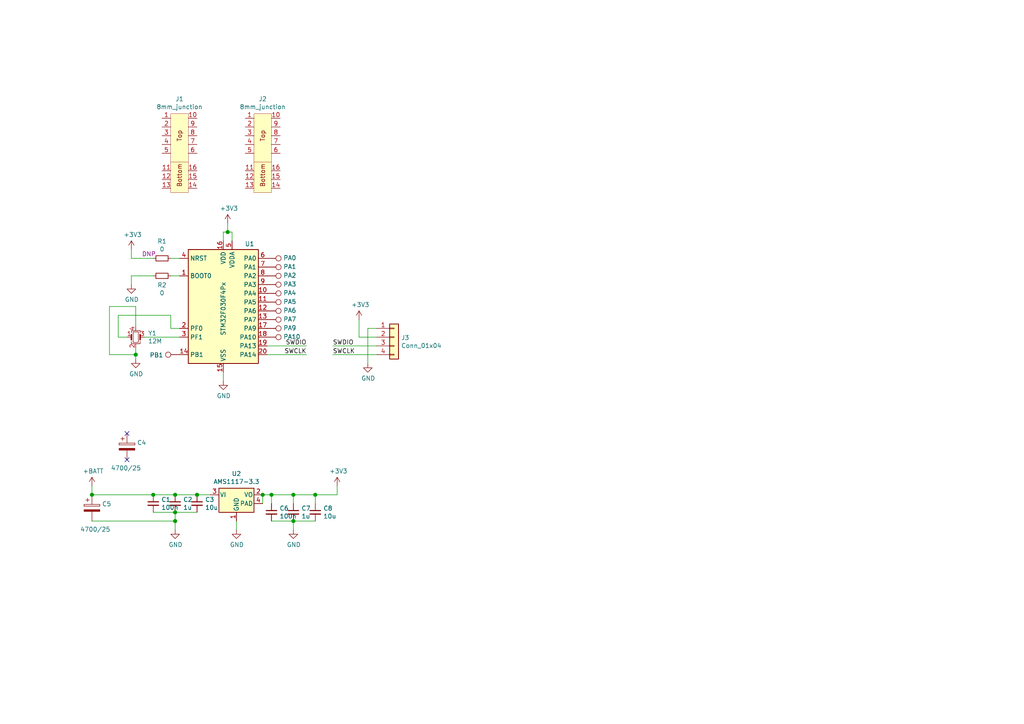
<source format=kicad_sch>
(kicad_sch (version 20200828) (generator eeschema)
  (page 1 1)
  (paper "A4")
  (lib_symbols
    (symbol "Connector:TestPoint" (pin_numbers hide) (pin_names (offset 0.762) hide)
      (property "Reference" "TP" (at 0 6.858 0))
      (property "Value" "TestPoint" (at 0 5.08 0))
      (symbol "TestPoint_0_1"
        (circle (center 0 3.302) (radius 0.762))
      )
      (symbol "TestPoint_1_1"
        (pin passive line (at 0 0 90) (length 2.54) (name "1") (number "1"))
      )
    )
    (symbol "Connector_Generic:Conn_01x04" (pin_names (offset 1.016) hide)
      (property "Reference" "J" (at 0 5.08 0))
      (property "Value" "Conn_01x04" (at 0 -7.62 0))
      (symbol "Conn_01x04_1_1"
        (rectangle (start -1.27 -4.953) (end 0 -5.207) (stroke (width 0.1524)))
        (rectangle (start -1.27 -2.413) (end 0 -2.667) (stroke (width 0.1524)))
        (rectangle (start -1.27 0.127) (end 0 -0.127) (stroke (width 0.1524)))
        (rectangle (start -1.27 2.667) (end 0 2.413) (stroke (width 0.1524)))
        (rectangle (start -1.27 3.81) (end 1.27 -6.35) (stroke (width 0.254)) (fill (type background)))
        (pin passive line (at -5.08 2.54 0) (length 3.81) (name "Pin_1") (number "1"))
        (pin passive line (at -5.08 0 0) (length 3.81) (name "Pin_2") (number "2"))
        (pin passive line (at -5.08 -2.54 0) (length 3.81) (name "Pin_3") (number "3"))
        (pin passive line (at -5.08 -5.08 0) (length 3.81) (name "Pin_4") (number "4"))
      )
    )
    (symbol "Device:CP" (pin_numbers hide) (pin_names (offset 0.254))
      (property "Reference" "C" (at 0.635 2.54 0))
      (property "Value" "CP" (at 0.635 -2.54 0))
      (symbol "CP_0_1"
        (rectangle (start -2.286 0.508) (end -2.286 1.016))
        (rectangle (start -2.286 0.508) (end 2.286 0.508))
        (rectangle (start 2.286 -0.508) (end -2.286 -1.016) (fill (type outline)))
        (rectangle (start 2.286 1.016) (end -2.286 1.016))
        (rectangle (start 2.286 1.016) (end 2.286 0.508))
        (polyline (pts (xy -1.778 2.286) (xy -0.762 2.286)))
        (polyline (pts (xy -1.27 2.794) (xy -1.27 1.778)))
      )
      (symbol "CP_1_1"
        (pin passive line (at 0 3.81 270) (length 2.794) (name "~") (number "1"))
        (pin passive line (at 0 -3.81 90) (length 2.794) (name "~") (number "2"))
      )
    )
    (symbol "Device:C_Small" (pin_numbers hide) (pin_names (offset 0.254) hide)
      (property "Reference" "C" (at 0.254 1.778 0))
      (property "Value" "C_Small" (at 0.254 -2.032 0))
      (symbol "C_Small_0_1"
        (polyline (pts (xy -1.524 -0.508) (xy 1.524 -0.508)) (stroke (width 0.3302)))
        (polyline (pts (xy -1.524 0.508) (xy 1.524 0.508)) (stroke (width 0.3048)))
      )
      (symbol "C_Small_1_1"
        (pin passive line (at 0 2.54 270) (length 2.032) (name "~") (number "1"))
        (pin passive line (at 0 -2.54 90) (length 2.032) (name "~") (number "2"))
      )
    )
    (symbol "Device:Crystal_GND24_Small" (pin_names (offset 1.016) hide)
      (property "Reference" "Y" (at 1.27 4.445 0))
      (property "Value" "Crystal_GND24_Small" (at 1.27 2.54 0))
      (symbol "Crystal_GND24_Small_0_1"
        (rectangle (start -0.762 -1.524) (end 0.762 1.524))
        (polyline (pts (xy -1.27 -0.762) (xy -1.27 0.762)) (stroke (width 0.381)))
        (polyline (pts (xy 1.27 -0.762) (xy 1.27 0.762)) (stroke (width 0.381)))
        (polyline (pts (xy -1.27 -1.27) (xy -1.27 -1.905) (xy 1.27 -1.905) (xy 1.27 -1.27)))
        (polyline (pts (xy -1.27 1.27) (xy -1.27 1.905) (xy 1.27 1.905) (xy 1.27 1.27)))
      )
      (symbol "Crystal_GND24_Small_1_1"
        (pin passive line (at -2.54 0 0) (length 1.27) (name "1") (number "1"))
        (pin passive line (at 0 -3.175 90) (length 1.27) (name "2") (number "2"))
        (pin passive line (at 2.54 0 180) (length 1.27) (name "3") (number "3"))
        (pin passive line (at 0 3.175 270) (length 1.27) (name "4") (number "4"))
      )
    )
    (symbol "Device:R_Small" (pin_numbers hide) (pin_names (offset 0.254) hide)
      (property "Reference" "R" (at 0.762 0.508 0))
      (property "Value" "R_Small" (at 0.762 -1.016 0))
      (symbol "R_Small_0_1"
        (rectangle (start -0.762 1.778) (end 0.762 -1.778) (stroke (width 0.2032)))
      )
      (symbol "R_Small_1_1"
        (pin passive line (at 0 2.54 270) (length 0.762) (name "~") (number "1"))
        (pin passive line (at 0 -2.54 90) (length 0.762) (name "~") (number "2"))
      )
    )
    (symbol "MCU_ST_STM32F0:STM32F030F4Px"
      (property "Reference" "U" (at -10.16 16.51 0))
      (property "Value" "STM32F030F4Px" (at 5.08 16.51 0))
      (symbol "STM32F030F4Px_0_1"
        (rectangle (start -10.16 -17.78) (end 10.16 15.24) (stroke (width 0.254)) (fill (type background)))
      )
      (symbol "STM32F030F4Px_1_1"
        (pin input line (at -12.7 7.62 0) (length 2.54) (name "BOOT0") (number "1"))
        (pin input line (at -12.7 12.7 0) (length 2.54) (name "NRST") (number "4"))
        (pin bidirectional line (at 12.7 12.7 180) (length 2.54) (name "PA0") (number "6"))
        (pin bidirectional line (at 12.7 10.16 180) (length 2.54) (name "PA1") (number "7"))
        (pin bidirectional line (at 12.7 -10.16 180) (length 2.54) (name "PA10") (number "18"))
        (pin bidirectional line (at 12.7 -12.7 180) (length 2.54) (name "PA13") (number "19"))
        (pin bidirectional line (at 12.7 -15.24 180) (length 2.54) (name "PA14") (number "20"))
        (pin bidirectional line (at 12.7 7.62 180) (length 2.54) (name "PA2") (number "8"))
        (pin bidirectional line (at 12.7 5.08 180) (length 2.54) (name "PA3") (number "9"))
        (pin bidirectional line (at 12.7 2.54 180) (length 2.54) (name "PA4") (number "10"))
        (pin bidirectional line (at 12.7 0 180) (length 2.54) (name "PA5") (number "11"))
        (pin bidirectional line (at 12.7 -2.54 180) (length 2.54) (name "PA6") (number "12"))
        (pin bidirectional line (at 12.7 -5.08 180) (length 2.54) (name "PA7") (number "13"))
        (pin bidirectional line (at 12.7 -7.62 180) (length 2.54) (name "PA9") (number "17"))
        (pin bidirectional line (at -12.7 -15.24 0) (length 2.54) (name "PB1") (number "14"))
        (pin input line (at -12.7 -7.62 0) (length 2.54) (name "PF0") (number "2"))
        (pin input line (at -12.7 -10.16 0) (length 2.54) (name "PF1") (number "3"))
        (pin power_in line (at 0 17.78 270) (length 2.54) (name "VDD") (number "16"))
        (pin power_in line (at 2.54 17.78 270) (length 2.54) (name "VDDA") (number "5"))
        (pin power_in line (at 0 -20.32 90) (length 2.54) (name "VSS") (number "15"))
      )
    )
    (symbol "Regulator_Linear:AMS1117-3.3" (pin_names (offset 0.254))
      (property "Reference" "U" (at -3.81 3.175 0))
      (property "Value" "AMS1117-3.3" (at 0 3.175 0))
      (symbol "AMS1117-3.3_0_1"
        (rectangle (start -5.08 -5.08) (end 5.08 1.905) (stroke (width 0.254)) (fill (type background)))
      )
      (symbol "AMS1117-3.3_1_1"
        (pin power_in line (at 0 -7.62 90) (length 2.54) (name "GND") (number "1"))
        (pin power_out line (at 7.62 0 180) (length 2.54) (name "VO") (number "2"))
        (pin power_in line (at -7.62 0 0) (length 2.54) (name "VI") (number "3"))
        (pin power_out line (at 7.62 -2.54 180) (length 2.54) (name "PAD") (number "4"))
      )
    )
    (symbol "common_symbols:8mm_junction"
      (property "Reference" "J" (at 0 0 0))
      (property "Value" "8mm_junction" (at -1.27 13.97 0))
      (symbol "8mm_junction_0_0"
        (text "Top" (at 0 3.81 900) (effects (font (size 1.27 1.27))))
        (text "Bottom" (at 0 -7.62 900) (effects (font (size 1.27 1.27))))
      )
      (symbol "8mm_junction_0_1"
        (rectangle (start -2.54 -12.7) (end 2.54 10.16) (stroke (width 0.001)) (fill (type background)))
        (polyline (pts (xy -2.54 -3.81) (xy 2.54 -3.81)) (stroke (width 0.0006)))
      )
      (symbol "8mm_junction_1_1"
        (pin input line (at -5.08 8.89 0) (length 2.54) (name "") (number "1"))
        (pin input line (at -5.08 6.35 0) (length 2.54) (name "") (number "2"))
        (pin input line (at -5.08 3.81 0) (length 2.54) (name "") (number "3"))
        (pin input line (at -5.08 1.27 0) (length 2.54) (name "") (number "4"))
        (pin input line (at -5.08 -1.27 0) (length 2.54) (name "") (number "5"))
        (pin input line (at 5.08 -1.27 180) (length 2.54) (name "") (number "6"))
        (pin input line (at 5.08 1.27 180) (length 2.54) (name "") (number "7"))
        (pin input line (at 5.08 3.81 180) (length 2.54) (name "") (number "8"))
        (pin input line (at 5.08 6.35 180) (length 2.54) (name "") (number "9"))
        (pin input line (at 5.08 8.89 180) (length 2.54) (name "") (number "10"))
        (pin input line (at -5.08 -6.35 0) (length 2.54) (name "") (number "11"))
        (pin input line (at -5.08 -8.89 0) (length 2.54) (name "") (number "12"))
        (pin input line (at -5.08 -11.43 0) (length 2.54) (name "") (number "13"))
        (pin input line (at 5.08 -11.43 180) (length 2.54) (name "") (number "14"))
        (pin input line (at 5.08 -8.89 180) (length 2.54) (name "") (number "15"))
        (pin input line (at 5.08 -6.35 180) (length 2.54) (name "") (number "16"))
      )
    )
    (symbol "power:+3.3V" (power) (pin_names (offset 0))
      (property "Value" "+3.3V" (at 0 3.556 0))
      (symbol "+3.3V_0_1"
        (polyline (pts (xy -0.762 1.27) (xy 0 2.54)))
        (polyline (pts (xy 0 0) (xy 0 2.54)))
        (polyline (pts (xy 0 2.54) (xy 0.762 1.27)))
      )
      (symbol "+3.3V_1_1"
        (pin power_in line (at 0 0 90) (length 0) hide (name "+3V3") (number "1"))
      )
    )
    (symbol "power:+BATT" (power) (pin_names (offset 0))
      (property "Value" "+BATT" (at 0 3.556 0))
      (symbol "+BATT_0_1"
        (polyline (pts (xy -0.762 1.27) (xy 0 2.54)))
        (polyline (pts (xy 0 0) (xy 0 2.54)))
        (polyline (pts (xy 0 2.54) (xy 0.762 1.27)))
      )
      (symbol "+BATT_1_1"
        (pin power_in line (at 0 0 90) (length 0) hide (name "+BATT") (number "1"))
      )
    )
    (symbol "power:GND" (power) (pin_names (offset 0))
      (property "Value" "GND" (at 0 -3.81 0))
      (symbol "GND_0_1"
        (polyline (pts (xy 0 0) (xy 0 -1.27) (xy 1.27 -1.27) (xy 0 -2.54) (xy -1.27 -1.27) (xy 0 -1.27)))
      )
      (symbol "GND_1_1"
        (pin power_in line (at 0 0 270) (length 0) hide (name "GND") (number "1"))
      )
    )
  )
  (junction (at 26.67 143.51) (diameter 1.016))
  (junction (at 39.37 102.87) (diameter 1.016))
  (junction (at 44.45 143.51) (diameter 1.016))
  (junction (at 50.8 143.51) (diameter 1.016))
  (junction (at 50.8 148.59) (diameter 1.016))
  (junction (at 50.8 151.13) (diameter 1.016))
  (junction (at 57.15 143.51) (diameter 1.016))
  (junction (at 66.04 67.31) (diameter 1.016))
  (junction (at 76.2 143.51) (diameter 1.016))
  (junction (at 78.74 143.51) (diameter 1.016))
  (junction (at 85.09 143.51) (diameter 1.016))
  (junction (at 85.09 151.13) (diameter 1.016))
  (junction (at 91.44 143.51) (diameter 1.016))
  (no_connect (at 36.83 125.73))
  (no_connect (at 36.83 133.35))
  (wire (pts (xy 26.67 140.97) (xy 26.67 143.51)))
  (wire (pts (xy 26.67 143.51) (xy 44.45 143.51)))
  (wire (pts (xy 26.67 151.13) (xy 50.8 151.13)))
  (wire (pts (xy 31.75 88.9) (xy 39.37 88.9)))
  (wire (pts (xy 31.75 102.87) (xy 31.75 88.9)))
  (wire (pts (xy 34.29 91.44) (xy 49.53 91.44)))
  (wire (pts (xy 34.29 97.79) (xy 34.29 91.44)))
  (wire (pts (xy 36.83 97.79) (xy 34.29 97.79)))
  (wire (pts (xy 38.1 72.39) (xy 38.1 74.93)))
  (wire (pts (xy 38.1 74.93) (xy 40.64 74.93)))
  (wire (pts (xy 38.1 80.01) (xy 40.64 80.01)))
  (wire (pts (xy 38.1 82.55) (xy 38.1 80.01)))
  (wire (pts (xy 39.37 88.9) (xy 39.37 94.615)))
  (wire (pts (xy 39.37 100.965) (xy 39.37 102.87)))
  (wire (pts (xy 39.37 102.87) (xy 31.75 102.87)))
  (wire (pts (xy 39.37 102.87) (xy 39.37 104.14)))
  (wire (pts (xy 40.64 74.93) (xy 44.45 74.93)))
  (wire (pts (xy 40.64 80.01) (xy 44.45 80.01)))
  (wire (pts (xy 41.91 97.79) (xy 52.07 97.79)))
  (wire (pts (xy 44.45 143.51) (xy 50.8 143.51)))
  (wire (pts (xy 44.45 148.59) (xy 50.8 148.59)))
  (wire (pts (xy 49.53 74.93) (xy 52.07 74.93)))
  (wire (pts (xy 49.53 80.01) (xy 52.07 80.01)))
  (wire (pts (xy 49.53 91.44) (xy 49.53 95.25)))
  (wire (pts (xy 49.53 95.25) (xy 52.07 95.25)))
  (wire (pts (xy 50.8 143.51) (xy 57.15 143.51)))
  (wire (pts (xy 50.8 148.59) (xy 50.8 151.13)))
  (wire (pts (xy 50.8 148.59) (xy 57.15 148.59)))
  (wire (pts (xy 50.8 151.13) (xy 50.8 153.67)))
  (wire (pts (xy 57.15 143.51) (xy 60.96 143.51)))
  (wire (pts (xy 64.77 67.31) (xy 64.77 69.85)))
  (wire (pts (xy 64.77 107.95) (xy 64.77 110.49)))
  (wire (pts (xy 66.04 64.77) (xy 66.04 67.31)))
  (wire (pts (xy 66.04 67.31) (xy 64.77 67.31)))
  (wire (pts (xy 66.04 67.31) (xy 67.31 67.31)))
  (wire (pts (xy 67.31 67.31) (xy 67.31 69.85)))
  (wire (pts (xy 68.58 153.67) (xy 68.58 151.13)))
  (wire (pts (xy 76.2 143.51) (xy 76.2 146.05)))
  (wire (pts (xy 77.47 100.33) (xy 88.9 100.33)))
  (wire (pts (xy 77.47 102.87) (xy 88.9 102.87)))
  (wire (pts (xy 78.74 143.51) (xy 76.2 143.51)))
  (wire (pts (xy 78.74 143.51) (xy 78.74 146.05)))
  (wire (pts (xy 78.74 151.13) (xy 85.09 151.13)))
  (wire (pts (xy 85.09 143.51) (xy 78.74 143.51)))
  (wire (pts (xy 85.09 143.51) (xy 85.09 146.05)))
  (wire (pts (xy 85.09 151.13) (xy 85.09 153.67)))
  (wire (pts (xy 85.09 151.13) (xy 91.44 151.13)))
  (wire (pts (xy 91.44 143.51) (xy 85.09 143.51)))
  (wire (pts (xy 91.44 143.51) (xy 91.44 146.05)))
  (wire (pts (xy 96.52 100.33) (xy 109.22 100.33)))
  (wire (pts (xy 96.52 102.87) (xy 109.22 102.87)))
  (wire (pts (xy 97.79 140.97) (xy 97.79 143.51)))
  (wire (pts (xy 97.79 143.51) (xy 91.44 143.51)))
  (wire (pts (xy 104.14 92.71) (xy 104.14 97.79)))
  (wire (pts (xy 104.14 97.79) (xy 109.22 97.79)))
  (wire (pts (xy 106.68 95.25) (xy 109.22 95.25)))
  (wire (pts (xy 106.68 105.41) (xy 106.68 95.25)))
  (label "SWDIO" (at 88.9 100.33 180))
  (label "SWCLK" (at 88.9 102.87 180))
  (label "SWDIO" (at 96.52 100.33 0))
  (label "SWCLK" (at 96.52 102.87 0))
  (symbol (lib_id "Connector:TestPoint") (at 52.07 102.87 90) (unit 1)
    (property "Reference" "TP12" (effects hide))
    (property "Value" "PB1" (at 47.371 102.991 90) (effects (justify left)))
    (property "Footprint" "TestPoint:TestPoint_Pad_1.0x1.0mm" (effects hide))
  )
  (symbol (lib_id "Connector:TestPoint") (at 77.47 74.93 270) (unit 1)
    (property "Reference" "TP1" (effects hide))
    (property "Value" "PA0" (at 82.169 74.809 90) (effects (justify left)))
    (property "Footprint" "TestPoint:TestPoint_Pad_1.0x1.0mm" (effects hide))
  )
  (symbol (lib_id "Connector:TestPoint") (at 77.47 77.47 270) (unit 1)
    (property "Reference" "TP2" (effects hide))
    (property "Value" "PA1" (at 82.169 77.349 90) (effects (justify left)))
    (property "Footprint" "TestPoint:TestPoint_Pad_1.0x1.0mm" (effects hide))
  )
  (symbol (lib_id "Connector:TestPoint") (at 77.47 80.01 270) (unit 1)
    (property "Reference" "TP3" (effects hide))
    (property "Value" "PA2" (at 82.169 79.889 90) (effects (justify left)))
    (property "Footprint" "TestPoint:TestPoint_Pad_1.0x1.0mm" (effects hide))
  )
  (symbol (lib_id "Connector:TestPoint") (at 77.47 82.55 270) (unit 1)
    (property "Reference" "TP4" (effects hide))
    (property "Value" "PA3" (at 82.169 82.429 90) (effects (justify left)))
    (property "Footprint" "TestPoint:TestPoint_Pad_1.0x1.0mm" (effects hide))
  )
  (symbol (lib_id "Connector:TestPoint") (at 77.47 85.09 270) (unit 1)
    (property "Reference" "TP5" (effects hide))
    (property "Value" "PA4" (at 82.169 84.969 90) (effects (justify left)))
    (property "Footprint" "TestPoint:TestPoint_Pad_1.0x1.0mm" (effects hide))
  )
  (symbol (lib_id "Connector:TestPoint") (at 77.47 87.63 270) (unit 1)
    (property "Reference" "TP6" (effects hide))
    (property "Value" "PA5" (at 82.169 87.509 90) (effects (justify left)))
    (property "Footprint" "TestPoint:TestPoint_Pad_1.0x1.0mm" (effects hide))
  )
  (symbol (lib_id "Connector:TestPoint") (at 77.47 90.17 270) (unit 1)
    (property "Reference" "TP7" (effects hide))
    (property "Value" "PA6" (at 82.169 90.049 90) (effects (justify left)))
    (property "Footprint" "TestPoint:TestPoint_Pad_1.0x1.0mm" (effects hide))
  )
  (symbol (lib_id "Connector:TestPoint") (at 77.47 92.71 270) (unit 1)
    (property "Reference" "TP8" (effects hide))
    (property "Value" "PA7" (at 82.169 92.589 90) (effects (justify left)))
    (property "Footprint" "TestPoint:TestPoint_Pad_1.0x1.0mm" (effects hide))
  )
  (symbol (lib_id "Connector:TestPoint") (at 77.47 95.25 270) (unit 1)
    (property "Reference" "TP9" (effects hide))
    (property "Value" "PA9" (at 82.169 95.129 90) (effects (justify left)))
    (property "Footprint" "TestPoint:TestPoint_Pad_1.0x1.0mm" (effects hide))
  )
  (symbol (lib_id "Connector:TestPoint") (at 77.47 97.79 270) (unit 1)
    (property "Reference" "TP10" (effects hide))
    (property "Value" "PA10" (at 82.169 97.669 90) (effects (justify left)))
    (property "Footprint" "TestPoint:TestPoint_Pad_1.0x1.0mm" (effects hide))
  )
  (symbol (lib_id "power:+BATT") (at 26.67 140.97 0) (unit 1)
    (property "Reference" "#PWR0106" (effects hide))
    (property "Value" "+BATT" (at 27.0383 136.6456 0))
  )
  (symbol (lib_id "power:+3.3V") (at 38.1 72.39 0) (unit 1)
    (property "Reference" "#PWR0101" (effects hide))
    (property "Value" "+3.3V" (at 38.4683 68.0656 0))
  )
  (symbol (lib_id "power:+3.3V") (at 66.04 64.77 0) (unit 1)
    (property "Reference" "#PWR0104" (effects hide))
    (property "Value" "+3.3V" (at 66.4083 60.4456 0))
  )
  (symbol (lib_id "power:+3.3V") (at 97.79 140.97 0) (unit 1)
    (property "Reference" "#PWR0111" (effects hide))
    (property "Value" "+3.3V" (at 98.1583 136.6456 0))
  )
  (symbol (lib_id "power:+3.3V") (at 104.14 92.71 0) (unit 1)
    (property "Reference" "#PWR0103" (effects hide))
    (property "Value" "+3.3V" (at 104.5083 88.3856 0))
  )
  (symbol (lib_id "power:GND") (at 38.1 82.55 0) (unit 1)
    (property "Reference" "#PWR0105" (effects hide))
    (property "Value" "GND" (at 38.2143 86.8744 0))
  )
  (symbol (lib_id "power:GND") (at 39.37 104.14 0) (unit 1)
    (property "Reference" "#PWR0102" (effects hide))
    (property "Value" "GND" (at 39.4843 108.4644 0))
  )
  (symbol (lib_id "power:GND") (at 50.8 153.67 0) (unit 1)
    (property "Reference" "#PWR0108" (effects hide))
    (property "Value" "GND" (at 50.9143 157.9944 0))
  )
  (symbol (lib_id "power:GND") (at 64.77 110.49 0) (unit 1)
    (property "Reference" "#PWR0112" (effects hide))
    (property "Value" "GND" (at 64.8843 114.8144 0))
  )
  (symbol (lib_id "power:GND") (at 68.58 153.67 0) (unit 1)
    (property "Reference" "#PWR0107" (effects hide))
    (property "Value" "GND" (at 68.6943 157.9944 0))
  )
  (symbol (lib_id "power:GND") (at 85.09 153.67 0) (unit 1)
    (property "Reference" "#PWR0109" (effects hide))
    (property "Value" "GND" (at 85.2043 157.9944 0))
  )
  (symbol (lib_id "power:GND") (at 106.68 105.41 0) (unit 1)
    (property "Reference" "#PWR0110" (effects hide))
    (property "Value" "GND" (at 106.7943 109.7344 0))
  )
  (symbol (lib_id "Device:R_Small") (at 46.99 74.93 90) (unit 1)
    (property "Reference" "R1" (at 46.99 69.9832 90))
    (property "Value" "0" (at 46.99 72.282 90))
    (property "Footprint" "Resistor_SMD:R_0603_1608Metric" (effects hide))
    (property "DNP" "DNP" (at 43.18 73.66 90))
    (property "Reichelt" "Stock" (effects hide))
  )
  (symbol (lib_id "Device:R_Small") (at 46.99 80.01 270) (unit 1)
    (property "Reference" "R2" (at 46.99 82.6832 90))
    (property "Value" "0" (at 46.99 84.982 90))
    (property "Footprint" "Resistor_SMD:R_0603_1608Metric" (effects hide))
    (property "Reichelt" "Stock" (effects hide))
  )
  (symbol (lib_id "Device:C_Small") (at 44.45 146.05 0) (unit 1)
    (property "Reference" "C1" (at 46.7742 144.9006 0) (effects (justify left)))
    (property "Value" "100n" (at 46.774 147.199 0) (effects (justify left)))
    (property "Footprint" "Capacitor_SMD:C_0603_1608Metric" (effects hide))
    (property "Reichelt" "Stock" (effects hide))
  )
  (symbol (lib_id "Device:C_Small") (at 50.8 146.05 0) (unit 1)
    (property "Reference" "C2" (at 53.1242 144.9006 0) (effects (justify left)))
    (property "Value" "1u" (at 53.124 147.199 0) (effects (justify left)))
    (property "Footprint" "Capacitor_SMD:C_0603_1608Metric" (effects hide))
    (property "Reichelt" "KEM X5R0603 1,0U" (effects hide))
  )
  (symbol (lib_id "Device:C_Small") (at 57.15 146.05 0) (unit 1)
    (property "Reference" "C3" (at 59.4742 144.9006 0) (effects (justify left)))
    (property "Value" "10u" (at 59.474 147.199 0) (effects (justify left)))
    (property "Footprint" "Capacitor_SMD:C_0805_2012Metric" (effects hide))
    (property "Reichelt" "X5R-G0805 10/16" (effects hide))
  )
  (symbol (lib_id "Device:C_Small") (at 78.74 148.59 0) (unit 1)
    (property "Reference" "C6" (at 81.0642 147.4406 0) (effects (justify left)))
    (property "Value" "100n" (at 81.064 149.739 0) (effects (justify left)))
    (property "Footprint" "Capacitor_SMD:C_0603_1608Metric" (effects hide))
    (property "Reichelt" "Stock" (effects hide))
  )
  (symbol (lib_id "Device:C_Small") (at 85.09 148.59 0) (unit 1)
    (property "Reference" "C7" (at 87.4142 147.4406 0) (effects (justify left)))
    (property "Value" "1u" (at 87.414 149.739 0) (effects (justify left)))
    (property "Footprint" "Capacitor_SMD:C_0603_1608Metric" (effects hide))
    (property "Reichelt" "KEM X5R0603 1,0U" (effects hide))
  )
  (symbol (lib_id "Device:C_Small") (at 91.44 148.59 0) (unit 1)
    (property "Reference" "C8" (at 93.7642 147.4406 0) (effects (justify left)))
    (property "Value" "10u" (at 93.764 149.739 0) (effects (justify left)))
    (property "Footprint" "Capacitor_SMD:C_0805_2012Metric" (effects hide))
    (property "Reichelt" "X5R-G0805 10/16" (effects hide))
  )
  (symbol (lib_id "Device:CP") (at 26.67 147.32 0) (unit 1)
    (property "Reference" "C5" (at 29.5911 146.1706 0) (effects (justify left)))
    (property "Value" "4700/25" (at 23.2411 153.5493 0) (effects (justify left)))
    (property "Footprint" "Capacitor_THT:CP_Radial_D18.0mm_P7.50mm" (effects hide))
    (property "Reichelt" "FC-A 2,2M 25" (effects hide))
  )
  (symbol (lib_id "Device:CP") (at 36.83 129.54 0) (unit 1)
    (property "Reference" "C4" (at 39.7511 128.3906 0) (effects (justify left)))
    (property "Value" "4700/25" (at 32.1311 135.7693 0) (effects (justify left)))
    (property "Footprint" "Capacitor_THT:CP_Radial_D18.0mm_P7.50mm" (effects hide))
    (property "Reichelt" "FC-A 2,2M 25" (effects hide))
  )
  (symbol (lib_id "Device:Crystal_GND24_Small") (at 39.37 97.79 0) (unit 1)
    (property "Reference" "Y1" (at 42.9261 96.6406 0) (effects (justify left)))
    (property "Value" "12M" (at 42.9261 98.9393 0) (effects (justify left)))
    (property "Footprint" "Crystal:Crystal_SMD_3225-4Pin_3.2x2.5mm" (effects hide))
    (property "Reichelt" "12,000000-MT" (effects hide))
  )
  (symbol (lib_id "Connector_Generic:Conn_01x04") (at 114.3 97.79 0) (unit 1)
    (property "Reference" "J3" (at 116.3321 97.9614 0) (effects (justify left)))
    (property "Value" "Conn_01x04" (at 116.3321 100.2601 0) (effects (justify left)))
    (property "Footprint" "Connector_PinHeader_2.54mm:PinHeader_1x04_P2.54mm_Horizontal" (effects hide))
    (property "Reichelt" "SL 1X36W 2,54" (effects hide))
  )
  (symbol (lib_id "Regulator_Linear:AMS1117-3.3") (at 68.58 143.51 0) (unit 1)
    (property "Reference" "U2" (at 68.58 137.3948 0))
    (property "Value" "AMS1117-3.3" (at 68.58 139.6935 0))
    (property "Footprint" "Package_TO_SOT_SMD:SOT-223-3_TabPin2" (effects hide))
    (property "Datasheet" "http://www.advanced-monolithic.com/pdf/ds1117.pdf" (effects hide))
    (property "Reichelt" "TS 1117 BCW33" (effects hide))
  )
  (symbol (lib_id "common_symbols:8mm_junction") (at 52.07 43.18 0) (unit 1)
    (property "Reference" "J1" (at 52.07 28.708 0))
    (property "Value" "8mm_junction" (at 52.07 31.0069 0))
    (property "Footprint" "common_footprints:8mm_base" (effects hide))
    (property "Reichelt" "N/A" (effects hide))
  )
  (symbol (lib_id "common_symbols:8mm_junction") (at 76.2 43.18 0) (unit 1)
    (property "Reference" "J2" (at 76.2 28.708 0))
    (property "Value" "8mm_junction" (at 76.2 31.0069 0))
    (property "Footprint" "common_footprints:8mm_base" (effects hide))
    (property "Reichelt" "N/A" (effects hide))
  )
  (symbol (lib_id "MCU_ST_STM32F0:STM32F030F4Px") (at 64.77 87.63 0) (unit 1)
    (property "Reference" "U1" (at 72.39 70.7454 0))
    (property "Value" "STM32F030F4Px" (at 64.77 89.5541 90))
    (property "Footprint" "Package_SO:TSSOP-20_4.4x6.5mm_P0.65mm" (effects hide))
    (property "Datasheet" "http://www.st.com/st-web-ui/static/active/en/resource/technical/document/datasheet/DM00088500.pdf" (effects hide))
    (property "Reichelt" "STM 32F030F4P6" (effects hide))
  )
)
</source>
